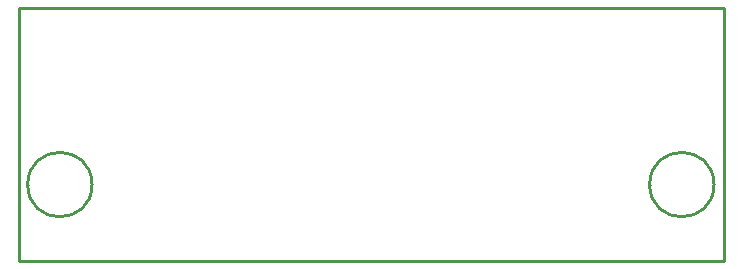
<source format=gko>
G04 Layer: BoardOutlineLayer*
G04 EasyEDA v6.5.29, 2023-07-18 10:20:05*
G04 5756727701dd48799c60270c1c1368c4,5a6b42c53f6a479593ecc07194224c93,10*
G04 Gerber Generator version 0.2*
G04 Scale: 100 percent, Rotated: No, Reflected: No *
G04 Dimensions in millimeters *
G04 leading zeros omitted , absolute positions ,4 integer and 5 decimal *
%FSLAX45Y45*%
%MOMM*%

%ADD10C,0.2540*%
D10*
X-1451940Y749294D02*
G01*
X4517047Y749294D01*
X4517059Y-1397000D01*
X-1451940Y-1397000D01*
X-1451940Y749294D01*
G75*
G01*
X-1380368Y-749300D02*
G02*
X-834969Y-749300I272699J0D01*
G75*
G01*
X-834969Y-749300D02*
G02*
X-1380368Y-749300I-272700J0D01*
X-1380368Y-749300D02*
G01*
X-1380368Y-749300D01*
G75*
G01*
X3885560Y-749300D02*
G02*
X4430959Y-749300I272699J0D01*
G75*
G01*
X4430959Y-749300D02*
G02*
X3885560Y-749300I-272700J0D01*
X3885559Y-749300D02*
G01*
X3885559Y-749300D01*

%LPD*%
M02*

</source>
